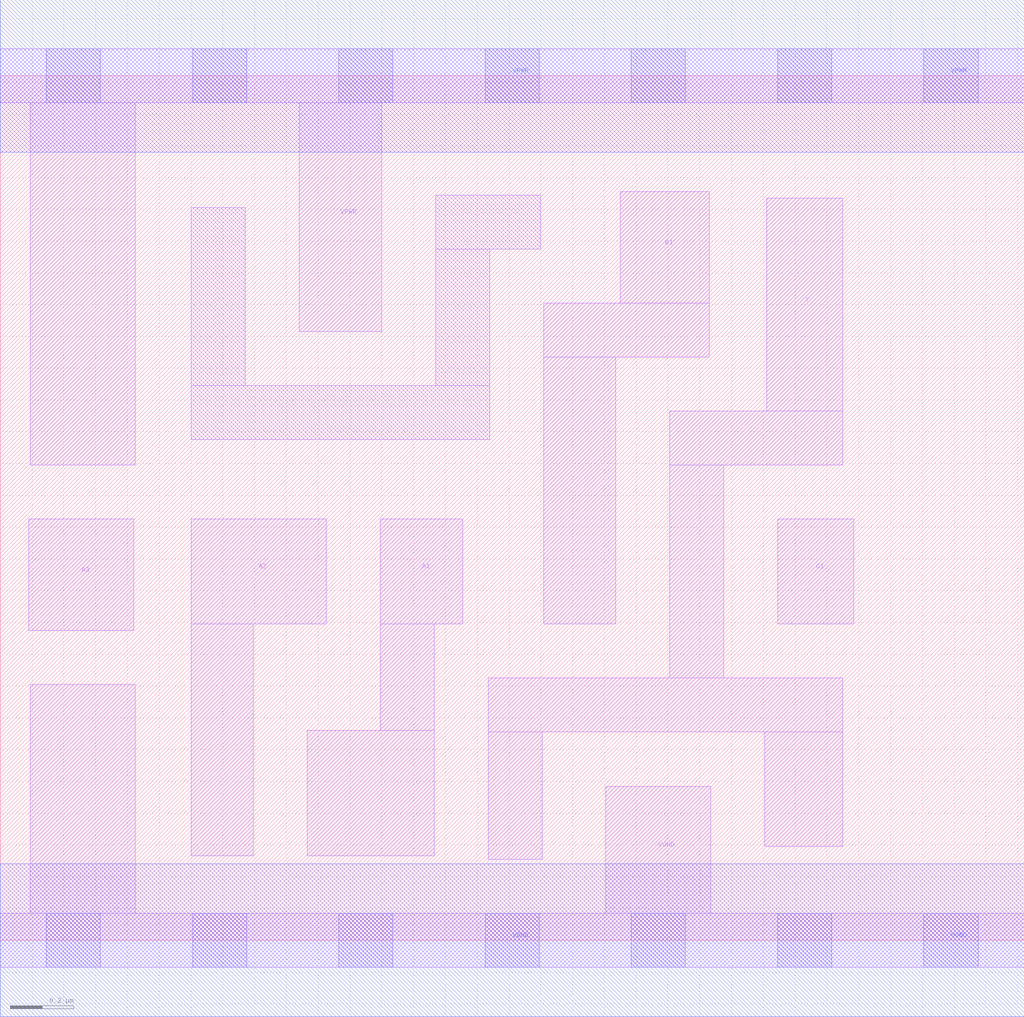
<source format=lef>
# Copyright 2020 The SkyWater PDK Authors
#
# Licensed under the Apache License, Version 2.0 (the "License");
# you may not use this file except in compliance with the License.
# You may obtain a copy of the License at
#
#     https://www.apache.org/licenses/LICENSE-2.0
#
# Unless required by applicable law or agreed to in writing, software
# distributed under the License is distributed on an "AS IS" BASIS,
# WITHOUT WARRANTIES OR CONDITIONS OF ANY KIND, either express or implied.
# See the License for the specific language governing permissions and
# limitations under the License.
#
# SPDX-License-Identifier: Apache-2.0

VERSION 5.7 ;
  NAMESCASESENSITIVE ON ;
  NOWIREEXTENSIONATPIN ON ;
  DIVIDERCHAR "/" ;
  BUSBITCHARS "[]" ;
UNITS
  DATABASE MICRONS 200 ;
END UNITS
MACRO sky130_fd_sc_hd__a311oi_1
  CLASS CORE ;
  SOURCE USER ;
  FOREIGN sky130_fd_sc_hd__a311oi_1 ;
  ORIGIN  0.000000  0.000000 ;
  SIZE  3.220000 BY  2.720000 ;
  SYMMETRY X Y R90 ;
  SITE unithd ;
  PIN A1
    ANTENNAGATEAREA  0.247500 ;
    DIRECTION INPUT ;
    USE SIGNAL ;
    PORT
      LAYER li1 ;
        RECT 0.965000 0.265000 1.365000 0.660000 ;
        RECT 1.195000 0.660000 1.365000 0.995000 ;
        RECT 1.195000 0.995000 1.455000 1.325000 ;
    END
  END A1
  PIN A2
    ANTENNAGATEAREA  0.247500 ;
    DIRECTION INPUT ;
    USE SIGNAL ;
    PORT
      LAYER li1 ;
        RECT 0.600000 0.265000 0.795000 0.995000 ;
        RECT 0.600000 0.995000 1.025000 1.325000 ;
    END
  END A2
  PIN A3
    ANTENNAGATEAREA  0.247500 ;
    DIRECTION INPUT ;
    USE SIGNAL ;
    PORT
      LAYER li1 ;
        RECT 0.090000 0.975000 0.420000 1.325000 ;
    END
  END A3
  PIN B1
    ANTENNAGATEAREA  0.247500 ;
    DIRECTION INPUT ;
    USE SIGNAL ;
    PORT
      LAYER li1 ;
        RECT 1.710000 0.995000 1.935000 1.835000 ;
        RECT 1.710000 1.835000 2.230000 2.005000 ;
        RECT 1.950000 2.005000 2.230000 2.355000 ;
    END
  END B1
  PIN C1
    ANTENNAGATEAREA  0.247500 ;
    DIRECTION INPUT ;
    USE SIGNAL ;
    PORT
      LAYER li1 ;
        RECT 2.445000 0.995000 2.685000 1.325000 ;
    END
  END C1
  PIN Y
    ANTENNADIFFAREA  0.659750 ;
    DIRECTION OUTPUT ;
    USE SIGNAL ;
    PORT
      LAYER li1 ;
        RECT 1.535000 0.255000 1.705000 0.655000 ;
        RECT 1.535000 0.655000 2.650000 0.825000 ;
        RECT 2.105000 0.825000 2.275000 1.495000 ;
        RECT 2.105000 1.495000 2.650000 1.665000 ;
        RECT 2.405000 0.295000 2.650000 0.655000 ;
        RECT 2.410000 1.665000 2.650000 2.335000 ;
    END
  END Y
  PIN VGND
    DIRECTION INOUT ;
    SHAPE ABUTMENT ;
    USE GROUND ;
    PORT
      LAYER li1 ;
        RECT 0.000000 -0.085000 3.220000 0.085000 ;
        RECT 0.095000  0.085000 0.425000 0.805000 ;
        RECT 1.905000  0.085000 2.235000 0.485000 ;
      LAYER mcon ;
        RECT 0.145000 -0.085000 0.315000 0.085000 ;
        RECT 0.605000 -0.085000 0.775000 0.085000 ;
        RECT 1.065000 -0.085000 1.235000 0.085000 ;
        RECT 1.525000 -0.085000 1.695000 0.085000 ;
        RECT 1.985000 -0.085000 2.155000 0.085000 ;
        RECT 2.445000 -0.085000 2.615000 0.085000 ;
        RECT 2.905000 -0.085000 3.075000 0.085000 ;
      LAYER met1 ;
        RECT 0.000000 -0.240000 3.220000 0.240000 ;
    END
  END VGND
  PIN VPWR
    DIRECTION INOUT ;
    SHAPE ABUTMENT ;
    USE POWER ;
    PORT
      LAYER li1 ;
        RECT 0.000000 2.635000 3.220000 2.805000 ;
        RECT 0.095000 1.495000 0.425000 2.635000 ;
        RECT 0.940000 1.915000 1.200000 2.635000 ;
      LAYER mcon ;
        RECT 0.145000 2.635000 0.315000 2.805000 ;
        RECT 0.605000 2.635000 0.775000 2.805000 ;
        RECT 1.065000 2.635000 1.235000 2.805000 ;
        RECT 1.525000 2.635000 1.695000 2.805000 ;
        RECT 1.985000 2.635000 2.155000 2.805000 ;
        RECT 2.445000 2.635000 2.615000 2.805000 ;
        RECT 2.905000 2.635000 3.075000 2.805000 ;
      LAYER met1 ;
        RECT 0.000000 2.480000 3.220000 2.960000 ;
    END
  END VPWR
  OBS
    LAYER li1 ;
      RECT 0.600000 1.575000 1.540000 1.745000 ;
      RECT 0.600000 1.745000 0.770000 2.305000 ;
      RECT 1.370000 1.745000 1.540000 2.175000 ;
      RECT 1.370000 2.175000 1.700000 2.345000 ;
  END
END sky130_fd_sc_hd__a311oi_1

</source>
